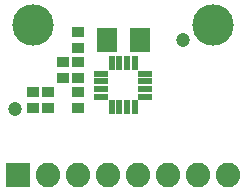
<source format=gbr>
G04 EAGLE Gerber RS-274X export*
G75*
%MOMM*%
%FSLAX34Y34*%
%LPD*%
%INSoldermask Top*%
%IPPOS*%
%AMOC8*
5,1,8,0,0,1.08239X$1,22.5*%
G01*
%ADD10R,0.603200X1.203200*%
%ADD11R,1.203200X0.603200*%
%ADD12R,1.103200X0.903200*%
%ADD13R,1.803200X2.003200*%
%ADD14R,2.082800X2.082800*%
%ADD15C,2.082800*%
%ADD16C,3.505200*%
%ADD17C,1.203200*%


D10*
X91850Y70400D03*
X98350Y70400D03*
X104850Y70400D03*
X111350Y70400D03*
D11*
X120100Y79150D03*
X120100Y85650D03*
X120100Y92150D03*
X120100Y98650D03*
D10*
X111350Y107400D03*
X104850Y107400D03*
X98350Y107400D03*
X91850Y107400D03*
D11*
X83100Y98650D03*
X83100Y92150D03*
X83100Y85650D03*
X83100Y79150D03*
D12*
X63500Y69700D03*
X63500Y82700D03*
D13*
X115600Y127000D03*
X87600Y127000D03*
D12*
X50800Y95100D03*
X50800Y108100D03*
X63500Y95100D03*
X63500Y108100D03*
X63500Y133500D03*
X63500Y120500D03*
X38100Y82700D03*
X38100Y69700D03*
X25400Y82700D03*
X25400Y69700D03*
D14*
X12700Y12700D03*
D15*
X38100Y12700D03*
X63500Y12700D03*
X88900Y12700D03*
X114300Y12700D03*
X139700Y12700D03*
X165100Y12700D03*
X190500Y12700D03*
D16*
X25400Y139700D03*
X177800Y139700D03*
D17*
X10160Y68580D03*
X152400Y127000D03*
M02*

</source>
